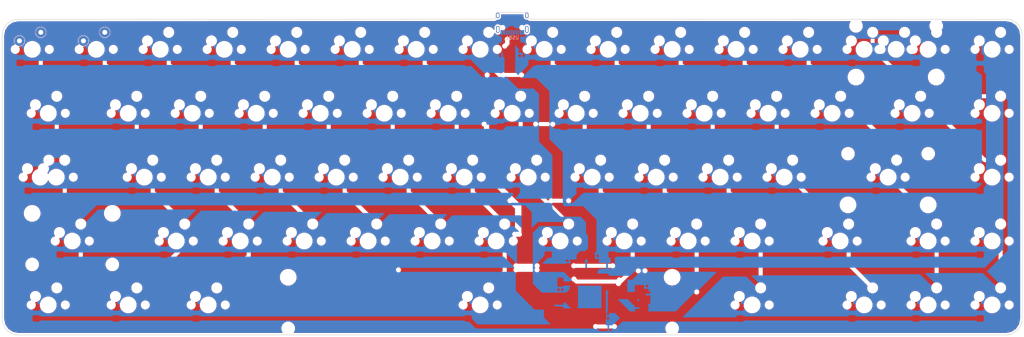
<source format=kicad_pcb>
(kicad_pcb (version 20171130) (host pcbnew "(5.1.5)-3")
  (layers (0 F.Cu signal) (31 B.Cu signal) (34 B.Paste user) (35 F.Paste user) (36 B.SilkS user) (37 F.SilkS user) (38 B.Mask user) (39 F.Mask user) (44 Edge.Cuts user))
  (net 0 "")
  (net 1 GND)
  (net 2 VCC)
  (net 3 /D-)
  (net 4 /D+)
  (net 5 "Net-(R1-Pad1)")
  (net 6 "Net-(R2-Pad1)")
  (net 7 "Net-(USB1-Pad13)")
  (module random-keyboard-parts:HRO-TYPE-C-31-M-12-Assembly (layer B.Cu) (at 233.4 92.055)
    (fp_text reference USB1 (at 0 9.25) (layer B.SilkS) (effects (justify mirror)))
    (fp_text value HRO-TYPE-C-31-M-12)
    (pad 12 smd rect (at 3.225 7.695) (size 0.6 1.45) (layers B.Cu B.Paste B.Mask))
    (pad 1 smd rect (at -3.225 7.695) (size 0.6 1.45) (layers B.Cu B.Paste B.Mask) (net 1 GND))
    (pad 11 smd rect (at 2.45 7.695) (size 0.6 1.45) (layers B.Cu B.Paste B.Mask))
    (pad 2 smd rect (at -2.45 7.695) (size 0.6 1.45) (layers B.Cu B.Paste B.Mask) (net 2 VCC))
    (pad 3 smd rect (at -1.75 7.695) (size 0.3 1.45) (layers B.Cu B.Paste B.Mask))
    (pad 10 smd rect (at 1.75 7.695) (size 0.3 1.45) (layers B.Cu B.Paste B.Mask) (net 6 "Net-(R2-Pad1)"))
    (pad 4 smd rect (at -1.25 7.695) (size 0.3 1.45) (layers B.Cu B.Paste B.Mask) (net 5 "Net-(R1-Pad1)"))
    (pad 9 smd rect (at 1.25 7.695) (size 0.3 1.45) (layers B.Cu B.Paste B.Mask))
    (pad 5 smd rect (at -0.75 7.695) (size 0.3 1.45) (layers B.Cu B.Paste B.Mask) (net 3 /D-))
    (pad 8 smd rect (at 0.75 7.695) (size 0.3 1.45) (layers B.Cu B.Paste B.Mask) (net 4 /D+))
    (pad 7 smd rect (at 0.25 7.695) (size 0.3 1.45) (layers B.Cu B.Paste B.Mask) (net 3 /D-))
    (pad 6 smd rect (at -0.25 7.695) (size 0.3 1.45) (layers B.Cu B.Paste B.Mask) (net 4 /D+))
    (pad "" np_thru_hole circle (at 2.89 6.25) (size 0.65 0.65) (drill 0.65) (layers *.Cu *.Mask))
    (pad "" np_thru_hole circle (at -2.89 6.25) (size 0.65 0.65) (drill 0.65) (layers *.Cu *.Mask))
    (pad 13 thru_hole oval (at -4.32 6.78) (size 1 2.1) (drill oval 0.6 1.7) (layers *.Cu *.Mask) (net 7 "Net-(USB1-Pad13)"))
    (pad 13 thru_hole oval (at 4.32 6.78) (size 1 2.1) (drill oval 0.6 1.7) (layers *.Cu *.Mask) (net 7 "Net-(USB1-Pad13)"))
    (pad 13 thru_hole oval (at -4.32 2.6) (size 1 1.6) (drill oval 0.6 1.2) (layers *.Cu *.Mask) (net 7 "Net-(USB1-Pad13)"))
    (pad 13 thru_hole oval (at 4.32 2.6) (size 1 1.6) (drill oval 0.6 1.2) (layers *.Cu *.Mask) (net 7 "Net-(USB1-Pad13)"))
  )
  (module MX_Only_v2:MXOnly-1U-NoLED (layer F.Cu) (at 90.4875 104.775)
    (fp_text reference MX1)
    (fp_text value MX-NoLED)
    (pad 2 thru_hole circle (at 2.54 -5.08) (size 3 3) (drill 1.47) (layers *.Cu *.Mask))
    (pad "" np_thru_hole circle (at 0 0) (size 3.9878 3.9878) (drill 3.9878) (layers *.Cu *.Mask))
    (pad 1 thru_hole circle (at -3.81 -2.54) (size 3 3) (drill 1.47) (layers *.Cu *.Mask))
    (pad "" np_thru_hole circle (at -5.08 0 48.0996) (size 1.75 1.75) (drill 1.75) (layers *.Cu *.Mask))
    (pad "" np_thru_hole circle (at 5.08 0 48.0996) (size 1.75 1.75) (drill 1.75) (layers *.Cu *.Mask))
  )
  (module MX_Only_v2:MXOnly-1U-NoLED (layer F.Cu) (at 109.5375 104.775)
    (fp_text reference MX2)
    (fp_text value MX-NoLED)
    (pad 2 thru_hole circle (at 2.54 -5.08) (size 3 3) (drill 1.47) (layers *.Cu *.Mask))
    (pad "" np_thru_hole circle (at 0 0) (size 3.9878 3.9878) (drill 3.9878) (layers *.Cu *.Mask))
    (pad 1 thru_hole circle (at -3.81 -2.54) (size 3 3) (drill 1.47) (layers *.Cu *.Mask))
    (pad "" np_thru_hole circle (at -5.08 0 48.0996) (size 1.75 1.75) (drill 1.75) (layers *.Cu *.Mask))
    (pad "" np_thru_hole circle (at 5.08 0 48.0996) (size 1.75 1.75) (drill 1.75) (layers *.Cu *.Mask))
  )
  (gr_line (start 228.50625 94.25625) (end 228.50625 95.25625) (layer Edge.Cuts) (width 0.15))
  (gr_line (start 238.25625 94.25625) (end 238.25625 95.25625) (layer Edge.Cuts) (width 0.15))
  (gr_line (start 229.00625 93.75625) (end 237.75625 93.75625) (layer Edge.Cuts) (width 0.15))
  (gr_arc (start 238.75625 95.25625) (end 238.75625 95.75625) (angle 90) (layer Edge.Cuts) (width 0.15))
  (gr_arc (start 86.320385 100.607893) (end 81.557885 100.607893) (angle 90) (layer Edge.Cuts) (width 0.15))
  (gr_arc (start 86.320385 185.142347) (end 86.320385 189.904847) (angle 90) (layer Edge.Cuts) (width 0.15))
  (gr_arc (start 380.401705 100.565586) (end 380.401705 95.803086) (angle 90) (layer Edge.Cuts) (width 0.15))
  (gr_arc (start 380.405007 185.142347) (end 385.167507 185.142347) (angle 90) (layer Edge.Cuts) (width 0.15))
  (gr_arc (start 237.75625 94.25625) (end 237.75625 93.75625) (angle 90) (layer Edge.Cuts) (width 0.15))
  (gr_arc (start 229.00625 94.25625) (end 228.50625 94.25625) (angle 90) (layer Edge.Cuts) (width 0.15))
  (gr_arc (start 228.00625 95.25625) (end 228.50625 95.25625) (angle 90) (layer Edge.Cuts) (width 0.15))
  (gr_line (start 228.00625 95.75625) (end 86.32024 95.845232) (layer Edge.Cuts) (width 0.15))
  (gr_line (start 380.401424 95.803168) (end 238.75625 95.75625) (layer Edge.Cuts) (width 0.15))
  (gr_line (start 385.166864 185.142032) (end 385.16392 100.565664) (layer Edge.Cuts) (width 0.15))
  (gr_line (start 86.32024 189.904528) (end 380.404368 189.904528) (layer Edge.Cuts) (width 0.15))
  (gr_line (start 81.557744 100.607728) (end 81.557744 185.142032) (layer Edge.Cuts) (width 0.15))
  (segment (start 86.915698 102.473198) (end 86.6775 102.235) (width 0.15) (layer B.Cu) (net 0))
  (segment (start 105.965714 102.473214) (end 105.7275 102.235) (width 0.15) (layer B.Cu) (net 0))
  (segment (start 229.08 98.285) (end 229.08 98.835) (width 0.3) (layer B.Cu) (net 7))
  (zone (net 1) (net_name GND) (layer B.Cu) (connect_pads (clearance 0.508)) (min_thickness 0.254) (fill yes (arc_segments 16) (thermal_gap 0.508) (thermal_bridge_width 0.508))
    (polygon (pts (xy 80.9625 90.4875) (xy 385.7625 92.86875) (xy 385.7625 190.5) (xy 80.9625 190.5)))
  )
  (zone (net 1) (net_name GND) (layer F.Cu) (connect_pads (clearance 0.508)) (min_thickness 0.254) (fill yes (arc_segments 16) (thermal_gap 0.508) (thermal_bridge_width 0.508))
    (polygon (pts (xy 80.9625 90.4875) (xy 80.9625 190.5) (xy 385.7625 190.5) (xy 385.7625 92.86875)))
  )
)
</source>
